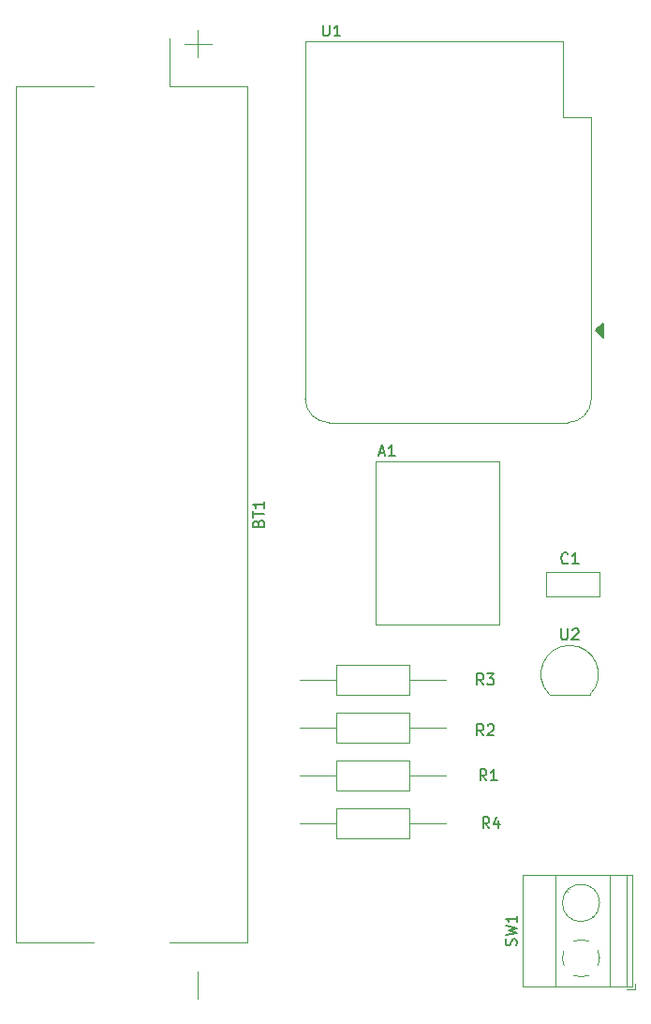
<source format=gbr>
%TF.GenerationSoftware,KiCad,Pcbnew,5.1.12-84ad8e8a86~92~ubuntu16.04.1*%
%TF.CreationDate,2023-12-01T21:15:30-03:00*%
%TF.ProjectId,BlackBox,426c6163-6b42-46f7-982e-6b696361645f,rev?*%
%TF.SameCoordinates,Original*%
%TF.FileFunction,Legend,Top*%
%TF.FilePolarity,Positive*%
%FSLAX46Y46*%
G04 Gerber Fmt 4.6, Leading zero omitted, Abs format (unit mm)*
G04 Created by KiCad (PCBNEW 5.1.12-84ad8e8a86~92~ubuntu16.04.1) date 2023-12-01 21:15:30*
%MOMM*%
%LPD*%
G01*
G04 APERTURE LIST*
%ADD10C,0.120000*%
%ADD11C,0.150000*%
G04 APERTURE END LIST*
D10*
%TO.C,U2*%
X154156000Y-121484000D02*
X157756000Y-121484000D01*
X157794478Y-121472478D02*
G75*
G03*
X155956000Y-117034000I-1838478J1838478D01*
G01*
X154117522Y-121472478D02*
G75*
G02*
X155956000Y-117034000I1838478J1838478D01*
G01*
%TO.C,R3*%
X144740000Y-120142000D02*
X141430000Y-120142000D01*
X131580000Y-120142000D02*
X134890000Y-120142000D01*
X141430000Y-118772000D02*
X134890000Y-118772000D01*
X141430000Y-121512000D02*
X141430000Y-118772000D01*
X134890000Y-121512000D02*
X141430000Y-121512000D01*
X134890000Y-118772000D02*
X134890000Y-121512000D01*
%TO.C,R2*%
X141430000Y-125830000D02*
X141430000Y-123090000D01*
X141430000Y-123090000D02*
X134890000Y-123090000D01*
X134890000Y-123090000D02*
X134890000Y-125830000D01*
X134890000Y-125830000D02*
X141430000Y-125830000D01*
X144740000Y-124460000D02*
X141430000Y-124460000D01*
X131580000Y-124460000D02*
X134890000Y-124460000D01*
%TO.C,R1*%
X141430000Y-130148000D02*
X141430000Y-127408000D01*
X141430000Y-127408000D02*
X134890000Y-127408000D01*
X134890000Y-127408000D02*
X134890000Y-130148000D01*
X134890000Y-130148000D02*
X141430000Y-130148000D01*
X144740000Y-128778000D02*
X141430000Y-128778000D01*
X131580000Y-128778000D02*
X134890000Y-128778000D01*
%TO.C,A1*%
X138424000Y-100454000D02*
X149600000Y-100454000D01*
X149600000Y-100454000D02*
X149600000Y-115186000D01*
X149600000Y-115186000D02*
X138424000Y-115186000D01*
X138424000Y-115186000D02*
X138424000Y-100454000D01*
%TO.C,BT1*%
X119800000Y-66570000D02*
X119800000Y-62210000D01*
X105920000Y-66570000D02*
X112920000Y-66570000D01*
X105920000Y-143850000D02*
X105920000Y-66570000D01*
X112920000Y-143850000D02*
X105920000Y-143850000D01*
X126800000Y-66570000D02*
X119800000Y-66570000D01*
X126800000Y-143850000D02*
X126800000Y-66570000D01*
X119800000Y-143850000D02*
X126780000Y-143850000D01*
X122360000Y-148960000D02*
X122360000Y-146460000D01*
X122360000Y-61460000D02*
X122360000Y-63960000D01*
X121110000Y-62710000D02*
X123610000Y-62710000D01*
%TO.C,C1*%
X158650000Y-112626000D02*
X153810000Y-112626000D01*
X158650000Y-110386000D02*
X153810000Y-110386000D01*
X158650000Y-112626000D02*
X158650000Y-110386000D01*
X153810000Y-112626000D02*
X153810000Y-110386000D01*
%TO.C,R4*%
X141430000Y-134466000D02*
X141430000Y-131726000D01*
X141430000Y-131726000D02*
X134890000Y-131726000D01*
X134890000Y-131726000D02*
X134890000Y-134466000D01*
X134890000Y-134466000D02*
X141430000Y-134466000D01*
X144740000Y-133096000D02*
X141430000Y-133096000D01*
X131580000Y-133096000D02*
X134890000Y-133096000D01*
%TO.C,SW1*%
X158652000Y-140288000D02*
G75*
G03*
X158652000Y-140288000I-1680000J0D01*
G01*
X161072000Y-147848000D02*
X161072000Y-137728000D01*
X159572000Y-147848000D02*
X159572000Y-137728000D01*
X154671000Y-147848000D02*
X154671000Y-137728000D01*
X151711000Y-147848000D02*
X151711000Y-137728000D01*
X161632000Y-147848000D02*
X161632000Y-137728000D01*
X151711000Y-147848000D02*
X161632000Y-147848000D01*
X151711000Y-137728000D02*
X161632000Y-137728000D01*
X155903000Y-139013000D02*
X155949000Y-139060000D01*
X158211000Y-141322000D02*
X158246000Y-141357000D01*
X155697000Y-139218000D02*
X155733000Y-139253000D01*
X157995000Y-141515000D02*
X158041000Y-141562000D01*
X161132000Y-148088000D02*
X161872000Y-148088000D01*
X161872000Y-148088000D02*
X161872000Y-147588000D01*
X158506756Y-144604682D02*
G75*
G02*
X158652000Y-145288000I-1534756J-683318D01*
G01*
X156288958Y-143752574D02*
G75*
G02*
X157656000Y-143753000I683042J-1535426D01*
G01*
X155436574Y-145971042D02*
G75*
G02*
X155437000Y-144604000I1535426J683042D01*
G01*
X157655042Y-146823426D02*
G75*
G02*
X156288000Y-146823000I-683042J1535426D01*
G01*
X158652253Y-145259195D02*
G75*
G02*
X158507000Y-145972000I-1680253J-28805D01*
G01*
%TO.C,U1*%
X155370000Y-62450000D02*
X132050000Y-62450000D01*
X157910000Y-69350000D02*
X157910000Y-94780000D01*
X132050000Y-62450000D02*
X132050000Y-94780000D01*
X134170000Y-96910000D02*
X155780000Y-96910000D01*
D11*
G36*
X158950000Y-89205000D02*
G01*
X158950000Y-87935000D01*
X158315000Y-88570000D01*
X158950000Y-89205000D01*
G37*
X158950000Y-89205000D02*
X158950000Y-87935000D01*
X158315000Y-88570000D01*
X158950000Y-89205000D01*
D10*
X157910000Y-69350000D02*
X155370000Y-69350000D01*
X155370000Y-69350000D02*
X155370000Y-62450000D01*
X157910000Y-94780000D02*
G75*
G02*
X155780000Y-96910000I-2130000J0D01*
G01*
X134180000Y-96910000D02*
G75*
G02*
X132050000Y-94780000I0J2130000D01*
G01*
%TO.C,U2*%
D11*
X155194095Y-115526380D02*
X155194095Y-116335904D01*
X155241714Y-116431142D01*
X155289333Y-116478761D01*
X155384571Y-116526380D01*
X155575047Y-116526380D01*
X155670285Y-116478761D01*
X155717904Y-116431142D01*
X155765523Y-116335904D01*
X155765523Y-115526380D01*
X156194095Y-115621619D02*
X156241714Y-115574000D01*
X156336952Y-115526380D01*
X156575047Y-115526380D01*
X156670285Y-115574000D01*
X156717904Y-115621619D01*
X156765523Y-115716857D01*
X156765523Y-115812095D01*
X156717904Y-115954952D01*
X156146476Y-116526380D01*
X156765523Y-116526380D01*
%TO.C,R3*%
X148153333Y-120594380D02*
X147820000Y-120118190D01*
X147581904Y-120594380D02*
X147581904Y-119594380D01*
X147962857Y-119594380D01*
X148058095Y-119642000D01*
X148105714Y-119689619D01*
X148153333Y-119784857D01*
X148153333Y-119927714D01*
X148105714Y-120022952D01*
X148058095Y-120070571D01*
X147962857Y-120118190D01*
X147581904Y-120118190D01*
X148486666Y-119594380D02*
X149105714Y-119594380D01*
X148772380Y-119975333D01*
X148915238Y-119975333D01*
X149010476Y-120022952D01*
X149058095Y-120070571D01*
X149105714Y-120165809D01*
X149105714Y-120403904D01*
X149058095Y-120499142D01*
X149010476Y-120546761D01*
X148915238Y-120594380D01*
X148629523Y-120594380D01*
X148534285Y-120546761D01*
X148486666Y-120499142D01*
%TO.C,R2*%
X148153333Y-125166380D02*
X147820000Y-124690190D01*
X147581904Y-125166380D02*
X147581904Y-124166380D01*
X147962857Y-124166380D01*
X148058095Y-124214000D01*
X148105714Y-124261619D01*
X148153333Y-124356857D01*
X148153333Y-124499714D01*
X148105714Y-124594952D01*
X148058095Y-124642571D01*
X147962857Y-124690190D01*
X147581904Y-124690190D01*
X148534285Y-124261619D02*
X148581904Y-124214000D01*
X148677142Y-124166380D01*
X148915238Y-124166380D01*
X149010476Y-124214000D01*
X149058095Y-124261619D01*
X149105714Y-124356857D01*
X149105714Y-124452095D01*
X149058095Y-124594952D01*
X148486666Y-125166380D01*
X149105714Y-125166380D01*
%TO.C,R1*%
X148423333Y-129230380D02*
X148090000Y-128754190D01*
X147851904Y-129230380D02*
X147851904Y-128230380D01*
X148232857Y-128230380D01*
X148328095Y-128278000D01*
X148375714Y-128325619D01*
X148423333Y-128420857D01*
X148423333Y-128563714D01*
X148375714Y-128658952D01*
X148328095Y-128706571D01*
X148232857Y-128754190D01*
X147851904Y-128754190D01*
X149375714Y-129230380D02*
X148804285Y-129230380D01*
X149090000Y-129230380D02*
X149090000Y-128230380D01*
X148994761Y-128373238D01*
X148899523Y-128468476D01*
X148804285Y-128516095D01*
%TO.C,A1*%
X138725714Y-99636666D02*
X139201904Y-99636666D01*
X138630476Y-99922380D02*
X138963809Y-98922380D01*
X139297142Y-99922380D01*
X140154285Y-99922380D02*
X139582857Y-99922380D01*
X139868571Y-99922380D02*
X139868571Y-98922380D01*
X139773333Y-99065238D01*
X139678095Y-99160476D01*
X139582857Y-99208095D01*
%TO.C,BT1*%
X127788571Y-105995714D02*
X127836190Y-105852857D01*
X127883809Y-105805238D01*
X127979047Y-105757619D01*
X128121904Y-105757619D01*
X128217142Y-105805238D01*
X128264761Y-105852857D01*
X128312380Y-105948095D01*
X128312380Y-106329047D01*
X127312380Y-106329047D01*
X127312380Y-105995714D01*
X127360000Y-105900476D01*
X127407619Y-105852857D01*
X127502857Y-105805238D01*
X127598095Y-105805238D01*
X127693333Y-105852857D01*
X127740952Y-105900476D01*
X127788571Y-105995714D01*
X127788571Y-106329047D01*
X127312380Y-105471904D02*
X127312380Y-104900476D01*
X128312380Y-105186190D02*
X127312380Y-105186190D01*
X128312380Y-104043333D02*
X128312380Y-104614761D01*
X128312380Y-104329047D02*
X127312380Y-104329047D01*
X127455238Y-104424285D01*
X127550476Y-104519523D01*
X127598095Y-104614761D01*
%TO.C,C1*%
X155789333Y-109577142D02*
X155741714Y-109624761D01*
X155598857Y-109672380D01*
X155503619Y-109672380D01*
X155360761Y-109624761D01*
X155265523Y-109529523D01*
X155217904Y-109434285D01*
X155170285Y-109243809D01*
X155170285Y-109100952D01*
X155217904Y-108910476D01*
X155265523Y-108815238D01*
X155360761Y-108720000D01*
X155503619Y-108672380D01*
X155598857Y-108672380D01*
X155741714Y-108720000D01*
X155789333Y-108767619D01*
X156741714Y-109672380D02*
X156170285Y-109672380D01*
X156456000Y-109672380D02*
X156456000Y-108672380D01*
X156360761Y-108815238D01*
X156265523Y-108910476D01*
X156170285Y-108958095D01*
%TO.C,R4*%
X148677333Y-133548380D02*
X148344000Y-133072190D01*
X148105904Y-133548380D02*
X148105904Y-132548380D01*
X148486857Y-132548380D01*
X148582095Y-132596000D01*
X148629714Y-132643619D01*
X148677333Y-132738857D01*
X148677333Y-132881714D01*
X148629714Y-132976952D01*
X148582095Y-133024571D01*
X148486857Y-133072190D01*
X148105904Y-133072190D01*
X149534476Y-132881714D02*
X149534476Y-133548380D01*
X149296380Y-132500761D02*
X149058285Y-133215047D01*
X149677333Y-133215047D01*
%TO.C,SW1*%
X151116761Y-144121333D02*
X151164380Y-143978476D01*
X151164380Y-143740380D01*
X151116761Y-143645142D01*
X151069142Y-143597523D01*
X150973904Y-143549904D01*
X150878666Y-143549904D01*
X150783428Y-143597523D01*
X150735809Y-143645142D01*
X150688190Y-143740380D01*
X150640571Y-143930857D01*
X150592952Y-144026095D01*
X150545333Y-144073714D01*
X150450095Y-144121333D01*
X150354857Y-144121333D01*
X150259619Y-144073714D01*
X150212000Y-144026095D01*
X150164380Y-143930857D01*
X150164380Y-143692761D01*
X150212000Y-143549904D01*
X150164380Y-143216571D02*
X151164380Y-142978476D01*
X150450095Y-142788000D01*
X151164380Y-142597523D01*
X150164380Y-142359428D01*
X151164380Y-141454666D02*
X151164380Y-142026095D01*
X151164380Y-141740380D02*
X150164380Y-141740380D01*
X150307238Y-141835619D01*
X150402476Y-141930857D01*
X150450095Y-142026095D01*
%TO.C,U1*%
X133648095Y-61022380D02*
X133648095Y-61831904D01*
X133695714Y-61927142D01*
X133743333Y-61974761D01*
X133838571Y-62022380D01*
X134029047Y-62022380D01*
X134124285Y-61974761D01*
X134171904Y-61927142D01*
X134219523Y-61831904D01*
X134219523Y-61022380D01*
X135219523Y-62022380D02*
X134648095Y-62022380D01*
X134933809Y-62022380D02*
X134933809Y-61022380D01*
X134838571Y-61165238D01*
X134743333Y-61260476D01*
X134648095Y-61308095D01*
%TD*%
M02*

</source>
